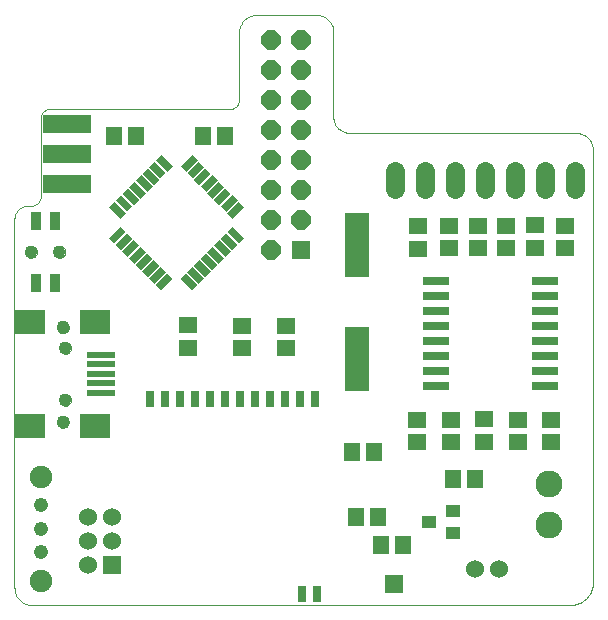
<source format=gts>
G75*
%MOIN*%
%OFA0B0*%
%FSLAX24Y24*%
%IPPOS*%
%LPD*%
%AMOC8*
5,1,8,0,0,1.08239X$1,22.5*
%
%ADD10C,0.0000*%
%ADD11C,0.0476*%
%ADD12C,0.0749*%
%ADD13C,0.0434*%
%ADD14R,0.0985X0.0827*%
%ADD15R,0.0949X0.0237*%
%ADD16R,0.0290X0.0540*%
%ADD17R,0.1640X0.0640*%
%ADD18R,0.0552X0.0631*%
%ADD19R,0.0800X0.2140*%
%ADD20R,0.0540X0.0260*%
%ADD21R,0.0260X0.0540*%
%ADD22R,0.0600X0.0600*%
%ADD23C,0.0600*%
%ADD24R,0.0490X0.0440*%
%ADD25R,0.0640X0.0640*%
%ADD26OC8,0.0640*%
%ADD27R,0.0360X0.0600*%
%ADD28C,0.0640*%
%ADD29R,0.0631X0.0552*%
%ADD30R,0.0906X0.0276*%
%ADD31C,0.0900*%
D10*
X002038Y000848D02*
X002038Y013148D01*
X002041Y013188D01*
X002048Y013227D01*
X002058Y013266D01*
X002072Y013304D01*
X002089Y013340D01*
X002110Y013374D01*
X002133Y013407D01*
X002160Y013437D01*
X002189Y013464D01*
X002220Y013489D01*
X002254Y013511D01*
X002290Y013529D01*
X002327Y013545D01*
X002365Y013556D01*
X002404Y013565D01*
X002444Y013569D01*
X002484Y013570D01*
X002587Y013570D01*
X002586Y013570D02*
X002623Y013573D01*
X002659Y013580D01*
X002694Y013590D01*
X002728Y013605D01*
X002760Y013622D01*
X002790Y013643D01*
X002818Y013667D01*
X002843Y013694D01*
X002865Y013723D01*
X002884Y013755D01*
X002900Y013788D01*
X002912Y013823D01*
X002921Y013858D01*
X002925Y013895D01*
X002926Y013931D01*
X002924Y016531D01*
X002925Y016531D02*
X002927Y016563D01*
X002933Y016594D01*
X002942Y016624D01*
X002955Y016653D01*
X002972Y016680D01*
X002991Y016705D01*
X003014Y016728D01*
X003039Y016747D01*
X003066Y016764D01*
X003095Y016777D01*
X003125Y016786D01*
X003156Y016792D01*
X003188Y016794D01*
X009212Y016794D01*
X009244Y016796D01*
X009276Y016801D01*
X009307Y016809D01*
X009337Y016821D01*
X009366Y016835D01*
X009392Y016853D01*
X009417Y016873D01*
X009440Y016896D01*
X009460Y016921D01*
X009478Y016948D01*
X009492Y016976D01*
X009504Y017006D01*
X009512Y017037D01*
X009517Y017069D01*
X009519Y017101D01*
X009519Y019323D01*
X009521Y019372D01*
X009527Y019420D01*
X009536Y019468D01*
X009549Y019515D01*
X009566Y019561D01*
X009587Y019605D01*
X009611Y019647D01*
X009638Y019688D01*
X009668Y019726D01*
X009701Y019762D01*
X009737Y019795D01*
X009775Y019825D01*
X009816Y019852D01*
X009858Y019876D01*
X009902Y019897D01*
X009948Y019914D01*
X009995Y019927D01*
X010043Y019936D01*
X010091Y019942D01*
X010140Y019944D01*
X012090Y019944D01*
X012135Y019942D01*
X012180Y019937D01*
X012225Y019928D01*
X012269Y019916D01*
X012311Y019900D01*
X012352Y019881D01*
X012392Y019859D01*
X012430Y019834D01*
X012465Y019806D01*
X012499Y019775D01*
X012530Y019741D01*
X012558Y019706D01*
X012583Y019668D01*
X012605Y019628D01*
X012624Y019587D01*
X012640Y019545D01*
X012652Y019501D01*
X012661Y019456D01*
X012666Y019411D01*
X012668Y019366D01*
X012668Y016534D01*
X012670Y016490D01*
X012675Y016447D01*
X012684Y016405D01*
X012697Y016363D01*
X012712Y016322D01*
X012732Y016283D01*
X012754Y016246D01*
X012779Y016210D01*
X012807Y016177D01*
X012838Y016146D01*
X012871Y016118D01*
X012907Y016093D01*
X012944Y016071D01*
X012983Y016051D01*
X013024Y016036D01*
X013066Y016023D01*
X013108Y016014D01*
X013151Y016009D01*
X013195Y016007D01*
X020717Y016007D01*
X020765Y016005D01*
X020813Y015999D01*
X020860Y015990D01*
X020906Y015977D01*
X020952Y015960D01*
X020995Y015940D01*
X021037Y015917D01*
X021077Y015890D01*
X021115Y015860D01*
X021150Y015827D01*
X021183Y015792D01*
X021213Y015754D01*
X021240Y015714D01*
X021263Y015672D01*
X021283Y015629D01*
X021300Y015583D01*
X021313Y015537D01*
X021322Y015490D01*
X021328Y015442D01*
X021330Y015394D01*
X021330Y001050D01*
X021328Y000996D01*
X021323Y000942D01*
X021313Y000889D01*
X021301Y000837D01*
X021284Y000785D01*
X021265Y000735D01*
X021241Y000686D01*
X021215Y000639D01*
X021185Y000594D01*
X021153Y000551D01*
X021117Y000510D01*
X021079Y000472D01*
X021038Y000436D01*
X020995Y000404D01*
X020950Y000374D01*
X020903Y000348D01*
X020854Y000324D01*
X020804Y000305D01*
X020752Y000288D01*
X020700Y000276D01*
X020647Y000266D01*
X020593Y000261D01*
X020539Y000259D01*
X002628Y000259D01*
X002582Y000261D01*
X002536Y000266D01*
X002491Y000275D01*
X002446Y000288D01*
X002403Y000304D01*
X002361Y000323D01*
X002320Y000346D01*
X002282Y000371D01*
X002245Y000400D01*
X002212Y000432D01*
X002180Y000465D01*
X002151Y000502D01*
X002126Y000540D01*
X002103Y000581D01*
X002084Y000623D01*
X002068Y000666D01*
X002055Y000711D01*
X002046Y000756D01*
X002041Y000802D01*
X002039Y000848D01*
X003456Y006369D02*
X003458Y006396D01*
X003464Y006423D01*
X003473Y006449D01*
X003486Y006473D01*
X003502Y006496D01*
X003521Y006515D01*
X003543Y006532D01*
X003567Y006546D01*
X003592Y006556D01*
X003619Y006563D01*
X003646Y006566D01*
X003674Y006565D01*
X003701Y006560D01*
X003727Y006552D01*
X003751Y006540D01*
X003774Y006524D01*
X003795Y006506D01*
X003812Y006485D01*
X003827Y006461D01*
X003838Y006436D01*
X003846Y006410D01*
X003850Y006383D01*
X003850Y006355D01*
X003846Y006328D01*
X003838Y006302D01*
X003827Y006277D01*
X003812Y006253D01*
X003795Y006232D01*
X003774Y006214D01*
X003752Y006198D01*
X003727Y006186D01*
X003701Y006178D01*
X003674Y006173D01*
X003646Y006172D01*
X003619Y006175D01*
X003592Y006182D01*
X003567Y006192D01*
X003543Y006206D01*
X003521Y006223D01*
X003502Y006242D01*
X003486Y006265D01*
X003473Y006289D01*
X003464Y006315D01*
X003458Y006342D01*
X003456Y006369D01*
X003532Y007105D02*
X003534Y007132D01*
X003540Y007159D01*
X003549Y007185D01*
X003562Y007209D01*
X003578Y007232D01*
X003597Y007251D01*
X003619Y007268D01*
X003643Y007282D01*
X003668Y007292D01*
X003695Y007299D01*
X003722Y007302D01*
X003750Y007301D01*
X003777Y007296D01*
X003803Y007288D01*
X003827Y007276D01*
X003850Y007260D01*
X003871Y007242D01*
X003888Y007221D01*
X003903Y007197D01*
X003914Y007172D01*
X003922Y007146D01*
X003926Y007119D01*
X003926Y007091D01*
X003922Y007064D01*
X003914Y007038D01*
X003903Y007013D01*
X003888Y006989D01*
X003871Y006968D01*
X003850Y006950D01*
X003828Y006934D01*
X003803Y006922D01*
X003777Y006914D01*
X003750Y006909D01*
X003722Y006908D01*
X003695Y006911D01*
X003668Y006918D01*
X003643Y006928D01*
X003619Y006942D01*
X003597Y006959D01*
X003578Y006978D01*
X003562Y007001D01*
X003549Y007025D01*
X003540Y007051D01*
X003534Y007078D01*
X003532Y007105D01*
X003532Y008838D02*
X003534Y008865D01*
X003540Y008892D01*
X003549Y008918D01*
X003562Y008942D01*
X003578Y008965D01*
X003597Y008984D01*
X003619Y009001D01*
X003643Y009015D01*
X003668Y009025D01*
X003695Y009032D01*
X003722Y009035D01*
X003750Y009034D01*
X003777Y009029D01*
X003803Y009021D01*
X003827Y009009D01*
X003850Y008993D01*
X003871Y008975D01*
X003888Y008954D01*
X003903Y008930D01*
X003914Y008905D01*
X003922Y008879D01*
X003926Y008852D01*
X003926Y008824D01*
X003922Y008797D01*
X003914Y008771D01*
X003903Y008746D01*
X003888Y008722D01*
X003871Y008701D01*
X003850Y008683D01*
X003828Y008667D01*
X003803Y008655D01*
X003777Y008647D01*
X003750Y008642D01*
X003722Y008641D01*
X003695Y008644D01*
X003668Y008651D01*
X003643Y008661D01*
X003619Y008675D01*
X003597Y008692D01*
X003578Y008711D01*
X003562Y008734D01*
X003549Y008758D01*
X003540Y008784D01*
X003534Y008811D01*
X003532Y008838D01*
X003456Y009523D02*
X003458Y009550D01*
X003464Y009577D01*
X003473Y009603D01*
X003486Y009627D01*
X003502Y009650D01*
X003521Y009669D01*
X003543Y009686D01*
X003567Y009700D01*
X003592Y009710D01*
X003619Y009717D01*
X003646Y009720D01*
X003674Y009719D01*
X003701Y009714D01*
X003727Y009706D01*
X003751Y009694D01*
X003774Y009678D01*
X003795Y009660D01*
X003812Y009639D01*
X003827Y009615D01*
X003838Y009590D01*
X003846Y009564D01*
X003850Y009537D01*
X003850Y009509D01*
X003846Y009482D01*
X003838Y009456D01*
X003827Y009431D01*
X003812Y009407D01*
X003795Y009386D01*
X003774Y009368D01*
X003752Y009352D01*
X003727Y009340D01*
X003701Y009332D01*
X003674Y009327D01*
X003646Y009326D01*
X003619Y009329D01*
X003592Y009336D01*
X003567Y009346D01*
X003543Y009360D01*
X003521Y009377D01*
X003502Y009396D01*
X003486Y009419D01*
X003473Y009443D01*
X003464Y009469D01*
X003458Y009496D01*
X003456Y009523D01*
X003337Y012035D02*
X003339Y012062D01*
X003345Y012089D01*
X003354Y012115D01*
X003367Y012139D01*
X003383Y012162D01*
X003402Y012181D01*
X003424Y012198D01*
X003448Y012212D01*
X003473Y012222D01*
X003500Y012229D01*
X003527Y012232D01*
X003555Y012231D01*
X003582Y012226D01*
X003608Y012218D01*
X003632Y012206D01*
X003655Y012190D01*
X003676Y012172D01*
X003693Y012151D01*
X003708Y012127D01*
X003719Y012102D01*
X003727Y012076D01*
X003731Y012049D01*
X003731Y012021D01*
X003727Y011994D01*
X003719Y011968D01*
X003708Y011943D01*
X003693Y011919D01*
X003676Y011898D01*
X003655Y011880D01*
X003633Y011864D01*
X003608Y011852D01*
X003582Y011844D01*
X003555Y011839D01*
X003527Y011838D01*
X003500Y011841D01*
X003473Y011848D01*
X003448Y011858D01*
X003424Y011872D01*
X003402Y011889D01*
X003383Y011908D01*
X003367Y011931D01*
X003354Y011955D01*
X003345Y011981D01*
X003339Y012008D01*
X003337Y012035D01*
X002393Y012035D02*
X002395Y012062D01*
X002401Y012089D01*
X002410Y012115D01*
X002423Y012139D01*
X002439Y012162D01*
X002458Y012181D01*
X002480Y012198D01*
X002504Y012212D01*
X002529Y012222D01*
X002556Y012229D01*
X002583Y012232D01*
X002611Y012231D01*
X002638Y012226D01*
X002664Y012218D01*
X002688Y012206D01*
X002711Y012190D01*
X002732Y012172D01*
X002749Y012151D01*
X002764Y012127D01*
X002775Y012102D01*
X002783Y012076D01*
X002787Y012049D01*
X002787Y012021D01*
X002783Y011994D01*
X002775Y011968D01*
X002764Y011943D01*
X002749Y011919D01*
X002732Y011898D01*
X002711Y011880D01*
X002689Y011864D01*
X002664Y011852D01*
X002638Y011844D01*
X002611Y011839D01*
X002583Y011838D01*
X002556Y011841D01*
X002529Y011848D01*
X002504Y011858D01*
X002480Y011872D01*
X002458Y011889D01*
X002439Y011908D01*
X002423Y011931D01*
X002410Y011955D01*
X002401Y011981D01*
X002395Y012008D01*
X002393Y012035D01*
D11*
X002928Y003601D03*
X002928Y002814D03*
X002928Y002027D03*
D12*
X002928Y001082D03*
X002928Y004546D03*
D13*
X003653Y006369D03*
X003729Y007105D03*
X003729Y008838D03*
X003653Y009523D03*
X003534Y012035D03*
X002590Y012035D03*
D14*
X002548Y009704D03*
X004714Y009704D03*
X004714Y006239D03*
X002548Y006239D03*
D15*
X004936Y007342D03*
X004936Y007657D03*
X004936Y007972D03*
X004936Y008286D03*
X004936Y008601D03*
D16*
X006554Y007133D03*
X007054Y007133D03*
X007554Y007133D03*
X008054Y007133D03*
X008554Y007133D03*
X009054Y007133D03*
X009554Y007133D03*
X010054Y007133D03*
X010554Y007133D03*
X011054Y007133D03*
X011554Y007133D03*
X012054Y007133D03*
X012109Y000633D03*
X011609Y000633D03*
D17*
X003775Y014286D03*
X003775Y015286D03*
X003775Y016286D03*
D18*
X005349Y015893D03*
X006097Y015893D03*
X008306Y015901D03*
X009054Y015901D03*
X013290Y005369D03*
X014038Y005369D03*
X014168Y003200D03*
X013420Y003200D03*
X014243Y002267D03*
X014991Y002267D03*
X016641Y004468D03*
X017389Y004468D03*
D19*
X013464Y008461D03*
X013464Y012261D03*
D20*
G36*
X009698Y013528D02*
X009318Y013148D01*
X009134Y013332D01*
X009514Y013712D01*
X009698Y013528D01*
G37*
G36*
X009475Y013751D02*
X009095Y013371D01*
X008911Y013555D01*
X009291Y013935D01*
X009475Y013751D01*
G37*
G36*
X009252Y013973D02*
X008872Y013593D01*
X008688Y013777D01*
X009068Y014157D01*
X009252Y013973D01*
G37*
G36*
X009029Y014196D02*
X008649Y013816D01*
X008465Y014000D01*
X008845Y014380D01*
X009029Y014196D01*
G37*
G36*
X008807Y014419D02*
X008427Y014039D01*
X008243Y014223D01*
X008623Y014603D01*
X008807Y014419D01*
G37*
G36*
X008584Y014641D02*
X008204Y014261D01*
X008020Y014445D01*
X008400Y014825D01*
X008584Y014641D01*
G37*
G36*
X008361Y014864D02*
X007981Y014484D01*
X007797Y014668D01*
X008177Y015048D01*
X008361Y014864D01*
G37*
G36*
X008139Y015087D02*
X007759Y014707D01*
X007575Y014891D01*
X007955Y015271D01*
X008139Y015087D01*
G37*
G36*
X005749Y012697D02*
X005369Y012317D01*
X005185Y012501D01*
X005565Y012881D01*
X005749Y012697D01*
G37*
G36*
X005971Y012474D02*
X005591Y012094D01*
X005407Y012278D01*
X005787Y012658D01*
X005971Y012474D01*
G37*
G36*
X006194Y012251D02*
X005814Y011871D01*
X005630Y012055D01*
X006010Y012435D01*
X006194Y012251D01*
G37*
G36*
X006417Y012029D02*
X006037Y011649D01*
X005853Y011833D01*
X006233Y012213D01*
X006417Y012029D01*
G37*
G36*
X006639Y011806D02*
X006259Y011426D01*
X006075Y011610D01*
X006455Y011990D01*
X006639Y011806D01*
G37*
G36*
X006862Y011583D02*
X006482Y011203D01*
X006298Y011387D01*
X006678Y011767D01*
X006862Y011583D01*
G37*
G36*
X007085Y011361D02*
X006705Y010981D01*
X006521Y011165D01*
X006901Y011545D01*
X007085Y011361D01*
G37*
G36*
X007308Y011138D02*
X006928Y010758D01*
X006744Y010942D01*
X007124Y011322D01*
X007308Y011138D01*
G37*
D21*
G36*
X008139Y010942D02*
X007955Y010758D01*
X007575Y011138D01*
X007759Y011322D01*
X008139Y010942D01*
G37*
G36*
X008361Y011165D02*
X008177Y010981D01*
X007797Y011361D01*
X007981Y011545D01*
X008361Y011165D01*
G37*
G36*
X008584Y011387D02*
X008400Y011203D01*
X008020Y011583D01*
X008204Y011767D01*
X008584Y011387D01*
G37*
G36*
X008807Y011610D02*
X008623Y011426D01*
X008243Y011806D01*
X008427Y011990D01*
X008807Y011610D01*
G37*
G36*
X009029Y011833D02*
X008845Y011649D01*
X008465Y012029D01*
X008649Y012213D01*
X009029Y011833D01*
G37*
G36*
X009252Y012055D02*
X009068Y011871D01*
X008688Y012251D01*
X008872Y012435D01*
X009252Y012055D01*
G37*
G36*
X009475Y012278D02*
X009291Y012094D01*
X008911Y012474D01*
X009095Y012658D01*
X009475Y012278D01*
G37*
G36*
X009698Y012501D02*
X009514Y012317D01*
X009134Y012697D01*
X009318Y012881D01*
X009698Y012501D01*
G37*
G36*
X007308Y014891D02*
X007124Y014707D01*
X006744Y015087D01*
X006928Y015271D01*
X007308Y014891D01*
G37*
G36*
X007085Y014668D02*
X006901Y014484D01*
X006521Y014864D01*
X006705Y015048D01*
X007085Y014668D01*
G37*
G36*
X006862Y014445D02*
X006678Y014261D01*
X006298Y014641D01*
X006482Y014825D01*
X006862Y014445D01*
G37*
G36*
X006639Y014223D02*
X006455Y014039D01*
X006075Y014419D01*
X006259Y014603D01*
X006639Y014223D01*
G37*
G36*
X006417Y014000D02*
X006233Y013816D01*
X005853Y014196D01*
X006037Y014380D01*
X006417Y014000D01*
G37*
G36*
X006194Y013777D02*
X006010Y013593D01*
X005630Y013973D01*
X005814Y014157D01*
X006194Y013777D01*
G37*
G36*
X005971Y013555D02*
X005787Y013371D01*
X005407Y013751D01*
X005591Y013935D01*
X005971Y013555D01*
G37*
G36*
X005749Y013332D02*
X005565Y013148D01*
X005185Y013528D01*
X005369Y013712D01*
X005749Y013332D01*
G37*
D22*
X005279Y001613D03*
X014692Y000960D03*
D23*
X017393Y001464D03*
X018180Y001464D03*
X005279Y002401D03*
X005279Y003188D03*
X004491Y003188D03*
X004491Y002401D03*
X004491Y001613D03*
D24*
X015867Y003042D03*
X016667Y002668D03*
X016667Y003416D03*
D25*
X011594Y012113D03*
D26*
X011594Y013113D03*
X011594Y014113D03*
X011594Y015113D03*
X011594Y016113D03*
X011594Y017113D03*
X011594Y018113D03*
X011594Y019113D03*
X010594Y019113D03*
X010594Y018113D03*
X010594Y017113D03*
X010594Y016113D03*
X010594Y015113D03*
X010594Y014113D03*
X010594Y013113D03*
X010594Y012113D03*
D27*
X003377Y013058D03*
X002747Y013058D03*
X002747Y011011D03*
X003377Y011011D03*
D28*
X014727Y014124D02*
X014727Y014724D01*
X015727Y014724D02*
X015727Y014124D01*
X016727Y014124D02*
X016727Y014724D01*
X017727Y014724D02*
X017727Y014124D01*
X018727Y014124D02*
X018727Y014724D01*
X019727Y014724D02*
X019727Y014124D01*
X020727Y014124D02*
X020727Y014724D01*
D29*
X020401Y012901D03*
X020401Y012153D03*
X019405Y012172D03*
X019405Y012920D03*
X018424Y012916D03*
X018424Y012168D03*
X017487Y012153D03*
X017487Y012901D03*
X016523Y012912D03*
X016523Y012164D03*
X015499Y012141D03*
X015499Y012889D03*
X011101Y009578D03*
X011101Y008830D03*
X009621Y008834D03*
X009621Y009582D03*
X007826Y009590D03*
X007826Y008842D03*
X015452Y006436D03*
X015452Y005688D03*
X016601Y005696D03*
X016601Y006444D03*
X017688Y006452D03*
X017688Y005704D03*
X018814Y005692D03*
X018814Y006440D03*
X019916Y006432D03*
X019916Y005684D03*
D30*
X019708Y007572D03*
X019708Y008072D03*
X019708Y008572D03*
X019708Y009072D03*
X019708Y009572D03*
X019708Y010072D03*
X019708Y010572D03*
X019708Y011072D03*
X016086Y011072D03*
X016086Y010572D03*
X016086Y010072D03*
X016086Y009572D03*
X016086Y009072D03*
X016086Y008572D03*
X016086Y008072D03*
X016086Y007572D03*
D31*
X019857Y004310D03*
X019857Y002932D03*
M02*

</source>
